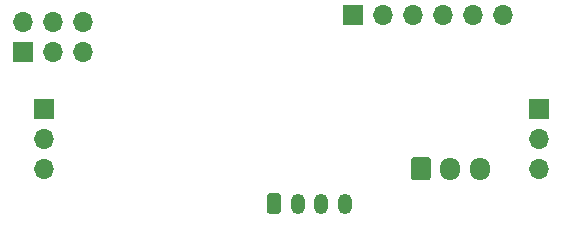
<source format=gbr>
%TF.GenerationSoftware,KiCad,Pcbnew,(5.1.9-0-10_14)*%
%TF.CreationDate,2021-05-24T21:49:32+02:00*%
%TF.ProjectId,MFM-Module-SEN0313,4d464d2d-4d6f-4647-956c-652d53454e30,rev?*%
%TF.SameCoordinates,PX82714f8PY6141b48*%
%TF.FileFunction,Soldermask,Bot*%
%TF.FilePolarity,Negative*%
%FSLAX46Y46*%
G04 Gerber Fmt 4.6, Leading zero omitted, Abs format (unit mm)*
G04 Created by KiCad (PCBNEW (5.1.9-0-10_14)) date 2021-05-24 21:49:32*
%MOMM*%
%LPD*%
G01*
G04 APERTURE LIST*
%ADD10R,1.700000X1.700000*%
%ADD11O,1.700000X1.700000*%
%ADD12O,1.700000X1.950000*%
%ADD13O,1.200000X1.750000*%
G04 APERTURE END LIST*
D10*
%TO.C,J1*%
X2349500Y19875500D03*
D11*
X2349500Y22415500D03*
X4889500Y19875500D03*
X4889500Y22415500D03*
X7429500Y19875500D03*
X7429500Y22415500D03*
%TD*%
%TO.C,J6*%
G36*
G01*
X35157001Y9244500D02*
X35157001Y10694500D01*
G75*
G02*
X35407001Y10944500I250000J0D01*
G01*
X36607001Y10944500D01*
G75*
G02*
X36857001Y10694500I0J-250000D01*
G01*
X36857001Y9244500D01*
G75*
G02*
X36607001Y8994500I-250000J0D01*
G01*
X35407001Y8994500D01*
G75*
G02*
X35157001Y9244500I0J250000D01*
G01*
G37*
D12*
X38507001Y9969500D03*
X41007001Y9969500D03*
%TD*%
%TO.C,J3*%
G36*
G01*
X22957001Y6385498D02*
X22957001Y7635500D01*
G75*
G02*
X23207000Y7885499I249999J0D01*
G01*
X23907002Y7885499D01*
G75*
G02*
X24157001Y7635500I0J-249999D01*
G01*
X24157001Y6385498D01*
G75*
G02*
X23907002Y6135499I-249999J0D01*
G01*
X23207000Y6135499D01*
G75*
G02*
X22957001Y6385498I0J249999D01*
G01*
G37*
D13*
X25557001Y7010499D03*
X27557001Y7010499D03*
X29557001Y7010499D03*
%TD*%
D10*
%TO.C,J2*%
X4064000Y15062200D03*
D11*
X4064000Y12522200D03*
X4064000Y9982200D03*
%TD*%
D10*
%TO.C,J4*%
X45974000Y15062200D03*
D11*
X45974000Y12522200D03*
X45974000Y9982200D03*
%TD*%
D10*
%TO.C,J5*%
X30226000Y22987000D03*
D11*
X32766000Y22987000D03*
X35306000Y22987000D03*
X37846000Y22987000D03*
X40386000Y22987000D03*
X42926000Y22987000D03*
%TD*%
M02*

</source>
